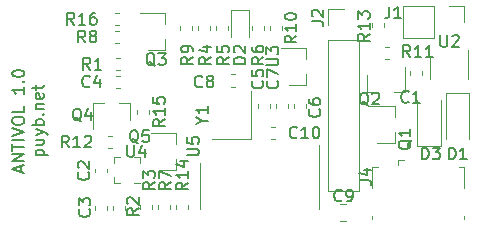
<source format=gbr>
G04 #@! TF.GenerationSoftware,KiCad,Pcbnew,5.1.4*
G04 #@! TF.CreationDate,2019-12-21T01:28:04+01:00*
G04 #@! TF.ProjectId,antivol,616e7469-766f-46c2-9e6b-696361645f70,rev?*
G04 #@! TF.SameCoordinates,Original*
G04 #@! TF.FileFunction,Legend,Top*
G04 #@! TF.FilePolarity,Positive*
%FSLAX46Y46*%
G04 Gerber Fmt 4.6, Leading zero omitted, Abs format (unit mm)*
G04 Created by KiCad (PCBNEW 5.1.4) date 2019-12-21 01:28:04*
%MOMM*%
%LPD*%
G04 APERTURE LIST*
%ADD10C,0.150000*%
%ADD11C,0.120000*%
G04 APERTURE END LIST*
D10*
X45315666Y-112259523D02*
X45315666Y-111783333D01*
X45601380Y-112354761D02*
X44601380Y-112021428D01*
X45601380Y-111688095D01*
X45601380Y-111354761D02*
X44601380Y-111354761D01*
X45601380Y-110783333D01*
X44601380Y-110783333D01*
X44601380Y-110450000D02*
X44601380Y-109878571D01*
X45601380Y-110164285D02*
X44601380Y-110164285D01*
X45601380Y-109545238D02*
X44601380Y-109545238D01*
X44601380Y-109211904D02*
X45601380Y-108878571D01*
X44601380Y-108545238D01*
X44601380Y-108021428D02*
X44601380Y-107830952D01*
X44649000Y-107735714D01*
X44744238Y-107640476D01*
X44934714Y-107592857D01*
X45268047Y-107592857D01*
X45458523Y-107640476D01*
X45553761Y-107735714D01*
X45601380Y-107830952D01*
X45601380Y-108021428D01*
X45553761Y-108116666D01*
X45458523Y-108211904D01*
X45268047Y-108259523D01*
X44934714Y-108259523D01*
X44744238Y-108211904D01*
X44649000Y-108116666D01*
X44601380Y-108021428D01*
X45601380Y-106688095D02*
X45601380Y-107164285D01*
X44601380Y-107164285D01*
X45601380Y-105069047D02*
X45601380Y-105640476D01*
X45601380Y-105354761D02*
X44601380Y-105354761D01*
X44744238Y-105450000D01*
X44839476Y-105545238D01*
X44887095Y-105640476D01*
X45506142Y-104640476D02*
X45553761Y-104592857D01*
X45601380Y-104640476D01*
X45553761Y-104688095D01*
X45506142Y-104640476D01*
X45601380Y-104640476D01*
X44601380Y-103973809D02*
X44601380Y-103878571D01*
X44649000Y-103783333D01*
X44696619Y-103735714D01*
X44791857Y-103688095D01*
X44982333Y-103640476D01*
X45220428Y-103640476D01*
X45410904Y-103688095D01*
X45506142Y-103735714D01*
X45553761Y-103783333D01*
X45601380Y-103878571D01*
X45601380Y-103973809D01*
X45553761Y-104069047D01*
X45506142Y-104116666D01*
X45410904Y-104164285D01*
X45220428Y-104211904D01*
X44982333Y-104211904D01*
X44791857Y-104164285D01*
X44696619Y-104116666D01*
X44649000Y-104069047D01*
X44601380Y-103973809D01*
X46584714Y-110854761D02*
X47584714Y-110854761D01*
X46632333Y-110854761D02*
X46584714Y-110759523D01*
X46584714Y-110569047D01*
X46632333Y-110473809D01*
X46679952Y-110426190D01*
X46775190Y-110378571D01*
X47060904Y-110378571D01*
X47156142Y-110426190D01*
X47203761Y-110473809D01*
X47251380Y-110569047D01*
X47251380Y-110759523D01*
X47203761Y-110854761D01*
X46584714Y-109521428D02*
X47251380Y-109521428D01*
X46584714Y-109950000D02*
X47108523Y-109950000D01*
X47203761Y-109902380D01*
X47251380Y-109807142D01*
X47251380Y-109664285D01*
X47203761Y-109569047D01*
X47156142Y-109521428D01*
X46584714Y-109140476D02*
X47251380Y-108902380D01*
X46584714Y-108664285D02*
X47251380Y-108902380D01*
X47489476Y-108997619D01*
X47537095Y-109045238D01*
X47584714Y-109140476D01*
X47251380Y-108283333D02*
X46251380Y-108283333D01*
X46632333Y-108283333D02*
X46584714Y-108188095D01*
X46584714Y-107997619D01*
X46632333Y-107902380D01*
X46679952Y-107854761D01*
X46775190Y-107807142D01*
X47060904Y-107807142D01*
X47156142Y-107854761D01*
X47203761Y-107902380D01*
X47251380Y-107997619D01*
X47251380Y-108188095D01*
X47203761Y-108283333D01*
X47156142Y-107378571D02*
X47203761Y-107330952D01*
X47251380Y-107378571D01*
X47203761Y-107426190D01*
X47156142Y-107378571D01*
X47251380Y-107378571D01*
X46584714Y-106902380D02*
X47251380Y-106902380D01*
X46679952Y-106902380D02*
X46632333Y-106854761D01*
X46584714Y-106759523D01*
X46584714Y-106616666D01*
X46632333Y-106521428D01*
X46727571Y-106473809D01*
X47251380Y-106473809D01*
X47203761Y-105616666D02*
X47251380Y-105711904D01*
X47251380Y-105902380D01*
X47203761Y-105997619D01*
X47108523Y-106045238D01*
X46727571Y-106045238D01*
X46632333Y-105997619D01*
X46584714Y-105902380D01*
X46584714Y-105711904D01*
X46632333Y-105616666D01*
X46727571Y-105569047D01*
X46822809Y-105569047D01*
X46918047Y-106045238D01*
X46584714Y-105283333D02*
X46584714Y-104902380D01*
X46251380Y-105140476D02*
X47108523Y-105140476D01*
X47203761Y-105092857D01*
X47251380Y-104997619D01*
X47251380Y-104902380D01*
D11*
X69483000Y-104932600D02*
X68023000Y-104932600D01*
X69483000Y-101772600D02*
X67323000Y-101772600D01*
X69483000Y-101772600D02*
X69483000Y-102702600D01*
X69483000Y-104932600D02*
X69483000Y-104002600D01*
X52605400Y-112303879D02*
X52605400Y-111978321D01*
X51585400Y-112303879D02*
X51585400Y-111978321D01*
X56415400Y-115428079D02*
X56415400Y-115102521D01*
X55395400Y-115428079D02*
X55395400Y-115102521D01*
X52630800Y-115453479D02*
X52630800Y-115127921D01*
X51610800Y-115453479D02*
X51610800Y-115127921D01*
X53655079Y-98804000D02*
X53329521Y-98804000D01*
X53655079Y-99824000D02*
X53329521Y-99824000D01*
X76049600Y-100010179D02*
X76049600Y-99684621D01*
X75029600Y-100010179D02*
X75029600Y-99684621D01*
X53405721Y-103634000D02*
X53731279Y-103634000D01*
X53405721Y-102614000D02*
X53731279Y-102614000D01*
X74645400Y-105500200D02*
X74645400Y-104040200D01*
X77805400Y-105500200D02*
X77805400Y-103340200D01*
X77805400Y-105500200D02*
X76875400Y-105500200D01*
X74645400Y-105500200D02*
X75575400Y-105500200D01*
X78230000Y-103748721D02*
X78230000Y-104074279D01*
X79250000Y-103748721D02*
X79250000Y-104074279D01*
X56919400Y-115102321D02*
X56919400Y-115427879D01*
X57939400Y-115102321D02*
X57939400Y-115427879D01*
X64806200Y-109434200D02*
X64806200Y-105434200D01*
X61506200Y-109434200D02*
X64806200Y-109434200D01*
X63434279Y-104011000D02*
X63108721Y-104011000D01*
X63434279Y-105031000D02*
X63108721Y-105031000D01*
X66423000Y-106868279D02*
X66423000Y-106542721D01*
X65403000Y-106868279D02*
X65403000Y-106542721D01*
X62867000Y-100213279D02*
X62867000Y-99887721D01*
X61847000Y-100213279D02*
X61847000Y-99887721D01*
X57545000Y-101976000D02*
X56085000Y-101976000D01*
X57545000Y-98816000D02*
X55385000Y-98816000D01*
X57545000Y-98816000D02*
X57545000Y-99746000D01*
X57545000Y-101976000D02*
X57545000Y-101046000D01*
X76976000Y-109845000D02*
X75516000Y-109845000D01*
X76976000Y-106685000D02*
X74816000Y-106685000D01*
X76976000Y-106685000D02*
X76976000Y-107615000D01*
X76976000Y-109845000D02*
X76976000Y-108915000D01*
X63146000Y-98565500D02*
X63146000Y-100850500D01*
X64616000Y-98565500D02*
X63146000Y-98565500D01*
X64616000Y-100850500D02*
X64616000Y-98565500D01*
X78883000Y-110072000D02*
X78883000Y-106172000D01*
X80883000Y-110072000D02*
X80883000Y-106172000D01*
X78883000Y-110072000D02*
X80883000Y-110072000D01*
X83296000Y-105574000D02*
X83296000Y-109474000D01*
X81296000Y-105574000D02*
X81296000Y-109474000D01*
X83296000Y-105574000D02*
X81296000Y-105574000D01*
X72824078Y-114987000D02*
X72306922Y-114987000D01*
X72824078Y-116407000D02*
X72306922Y-116407000D01*
X53020279Y-109218000D02*
X52694721Y-109218000D01*
X53020279Y-110238000D02*
X52694721Y-110238000D01*
X55116000Y-106999721D02*
X55116000Y-107325279D01*
X56136000Y-106999721D02*
X56136000Y-107325279D01*
X70592000Y-113473000D02*
X70592000Y-110023000D01*
X70592000Y-113473000D02*
X70592000Y-115423000D01*
X60472000Y-113473000D02*
X60472000Y-111523000D01*
X60472000Y-113473000D02*
X60472000Y-115423000D01*
X58418000Y-115102321D02*
X58418000Y-115427879D01*
X59438000Y-115102321D02*
X59438000Y-115427879D01*
X59819000Y-99887721D02*
X59819000Y-100213279D01*
X58799000Y-99887721D02*
X58799000Y-100213279D01*
X76138721Y-102669000D02*
X76464279Y-102669000D01*
X76138721Y-101649000D02*
X76464279Y-101649000D01*
X61343000Y-100213279D02*
X61343000Y-99887721D01*
X60323000Y-100213279D02*
X60323000Y-99887721D01*
X58478200Y-112131000D02*
X57018200Y-112131000D01*
X58478200Y-108971000D02*
X56318200Y-108971000D01*
X58478200Y-108971000D02*
X58478200Y-109901000D01*
X58478200Y-112131000D02*
X58478200Y-111201000D01*
X54600000Y-106444000D02*
X54600000Y-107904000D01*
X51440000Y-106444000D02*
X51440000Y-108604000D01*
X51440000Y-106444000D02*
X52370000Y-106444000D01*
X54600000Y-106444000D02*
X53670000Y-106444000D01*
X77278000Y-111258000D02*
X77278000Y-111708000D01*
X77278000Y-111258000D02*
X77728000Y-111258000D01*
X82878000Y-111808000D02*
X82428000Y-111808000D01*
X82878000Y-113658000D02*
X82878000Y-111808000D01*
X75078000Y-116208000D02*
X75078000Y-115958000D01*
X82878000Y-116208000D02*
X82878000Y-115958000D01*
X75078000Y-113658000D02*
X75078000Y-111808000D01*
X75078000Y-111808000D02*
X75528000Y-111808000D01*
X66486721Y-109476000D02*
X66812279Y-109476000D01*
X66486721Y-108456000D02*
X66812279Y-108456000D01*
X53731279Y-104138000D02*
X53405721Y-104138000D01*
X53731279Y-105158000D02*
X53405721Y-105158000D01*
X66419000Y-99887721D02*
X66419000Y-100213279D01*
X67439000Y-99887721D02*
X67439000Y-100213279D01*
X66927000Y-106542721D02*
X66927000Y-106868279D01*
X67947000Y-106542721D02*
X67947000Y-106868279D01*
X68451000Y-106542721D02*
X68451000Y-106868279D01*
X69471000Y-106542721D02*
X69471000Y-106868279D01*
X82864000Y-98238000D02*
X82864000Y-99568000D01*
X81534000Y-98238000D02*
X82864000Y-98238000D01*
X80264000Y-98238000D02*
X80264000Y-100898000D01*
X80264000Y-100898000D02*
X77664000Y-100898000D01*
X80264000Y-98238000D02*
X77664000Y-98238000D01*
X77664000Y-98238000D02*
X77664000Y-100898000D01*
X53329721Y-101348000D02*
X53655279Y-101348000D01*
X53329721Y-100328000D02*
X53655279Y-100328000D01*
X83210000Y-104362000D02*
X83210000Y-101912000D01*
X79990000Y-102562000D02*
X79990000Y-104362000D01*
X65915000Y-100213279D02*
X65915000Y-99887721D01*
X64895000Y-100213279D02*
X64895000Y-99887721D01*
X53134800Y-115127921D02*
X53134800Y-115453479D01*
X54154800Y-115127921D02*
X54154800Y-115453479D01*
X55405700Y-113229000D02*
X55405700Y-113229000D01*
X54905700Y-113229000D02*
X55405700Y-113229000D01*
X55405700Y-111529000D02*
X55405700Y-111529000D01*
X55405700Y-111029000D02*
X55405700Y-111529000D01*
X54905700Y-111029000D02*
X55405700Y-111029000D01*
X53705700Y-111029000D02*
X53705700Y-111029000D01*
X53205700Y-111029000D02*
X53705700Y-111029000D01*
X53205700Y-111529000D02*
X53205700Y-111029000D01*
X53205700Y-112729000D02*
X53205700Y-112729000D01*
X53205700Y-113229000D02*
X53205700Y-112729000D01*
X53705700Y-113229000D02*
X53205700Y-113229000D01*
X71314000Y-98492000D02*
X72644000Y-98492000D01*
X71314000Y-99822000D02*
X71314000Y-98492000D01*
X71314000Y-101092000D02*
X73974000Y-101092000D01*
X73974000Y-101092000D02*
X73974000Y-113852000D01*
X71314000Y-101092000D02*
X71314000Y-113852000D01*
X71314000Y-113852000D02*
X73974000Y-113852000D01*
D10*
X66101980Y-103250904D02*
X66911504Y-103250904D01*
X67006742Y-103203285D01*
X67054361Y-103155666D01*
X67101980Y-103060428D01*
X67101980Y-102869952D01*
X67054361Y-102774714D01*
X67006742Y-102727095D01*
X66911504Y-102679476D01*
X66101980Y-102679476D01*
X66101980Y-102298523D02*
X66101980Y-101679476D01*
X66482933Y-102012809D01*
X66482933Y-101869952D01*
X66530552Y-101774714D01*
X66578171Y-101727095D01*
X66673409Y-101679476D01*
X66911504Y-101679476D01*
X67006742Y-101727095D01*
X67054361Y-101774714D01*
X67101980Y-101869952D01*
X67101980Y-102155666D01*
X67054361Y-102250904D01*
X67006742Y-102298523D01*
X51022542Y-112307766D02*
X51070161Y-112355385D01*
X51117780Y-112498242D01*
X51117780Y-112593480D01*
X51070161Y-112736338D01*
X50974923Y-112831576D01*
X50879685Y-112879195D01*
X50689209Y-112926814D01*
X50546352Y-112926814D01*
X50355876Y-112879195D01*
X50260638Y-112831576D01*
X50165400Y-112736338D01*
X50117780Y-112593480D01*
X50117780Y-112498242D01*
X50165400Y-112355385D01*
X50213019Y-112307766D01*
X50213019Y-111926814D02*
X50165400Y-111879195D01*
X50117780Y-111783957D01*
X50117780Y-111545861D01*
X50165400Y-111450623D01*
X50213019Y-111403004D01*
X50308257Y-111355385D01*
X50403495Y-111355385D01*
X50546352Y-111403004D01*
X51117780Y-111974433D01*
X51117780Y-111355385D01*
X56662580Y-113120466D02*
X56186390Y-113453800D01*
X56662580Y-113691895D02*
X55662580Y-113691895D01*
X55662580Y-113310942D01*
X55710200Y-113215704D01*
X55757819Y-113168085D01*
X55853057Y-113120466D01*
X55995914Y-113120466D01*
X56091152Y-113168085D01*
X56138771Y-113215704D01*
X56186390Y-113310942D01*
X56186390Y-113691895D01*
X55662580Y-112787133D02*
X55662580Y-112168085D01*
X56043533Y-112501419D01*
X56043533Y-112358561D01*
X56091152Y-112263323D01*
X56138771Y-112215704D01*
X56234009Y-112168085D01*
X56472104Y-112168085D01*
X56567342Y-112215704D01*
X56614961Y-112263323D01*
X56662580Y-112358561D01*
X56662580Y-112644276D01*
X56614961Y-112739514D01*
X56567342Y-112787133D01*
X51106342Y-115431866D02*
X51153961Y-115479485D01*
X51201580Y-115622342D01*
X51201580Y-115717580D01*
X51153961Y-115860438D01*
X51058723Y-115955676D01*
X50963485Y-116003295D01*
X50773009Y-116050914D01*
X50630152Y-116050914D01*
X50439676Y-116003295D01*
X50344438Y-115955676D01*
X50249200Y-115860438D01*
X50201580Y-115717580D01*
X50201580Y-115622342D01*
X50249200Y-115479485D01*
X50296819Y-115431866D01*
X50201580Y-115098533D02*
X50201580Y-114479485D01*
X50582533Y-114812819D01*
X50582533Y-114669961D01*
X50630152Y-114574723D01*
X50677771Y-114527104D01*
X50773009Y-114479485D01*
X51011104Y-114479485D01*
X51106342Y-114527104D01*
X51153961Y-114574723D01*
X51201580Y-114669961D01*
X51201580Y-114955676D01*
X51153961Y-115050914D01*
X51106342Y-115098533D01*
X49826942Y-99791780D02*
X49493609Y-99315590D01*
X49255514Y-99791780D02*
X49255514Y-98791780D01*
X49636466Y-98791780D01*
X49731704Y-98839400D01*
X49779323Y-98887019D01*
X49826942Y-98982257D01*
X49826942Y-99125114D01*
X49779323Y-99220352D01*
X49731704Y-99267971D01*
X49636466Y-99315590D01*
X49255514Y-99315590D01*
X50779323Y-99791780D02*
X50207895Y-99791780D01*
X50493609Y-99791780D02*
X50493609Y-98791780D01*
X50398371Y-98934638D01*
X50303133Y-99029876D01*
X50207895Y-99077495D01*
X51636466Y-98791780D02*
X51445990Y-98791780D01*
X51350752Y-98839400D01*
X51303133Y-98887019D01*
X51207895Y-99029876D01*
X51160276Y-99220352D01*
X51160276Y-99601304D01*
X51207895Y-99696542D01*
X51255514Y-99744161D01*
X51350752Y-99791780D01*
X51541228Y-99791780D01*
X51636466Y-99744161D01*
X51684085Y-99696542D01*
X51731704Y-99601304D01*
X51731704Y-99363209D01*
X51684085Y-99267971D01*
X51636466Y-99220352D01*
X51541228Y-99172733D01*
X51350752Y-99172733D01*
X51255514Y-99220352D01*
X51207895Y-99267971D01*
X51160276Y-99363209D01*
X74848980Y-100566457D02*
X74372790Y-100899790D01*
X74848980Y-101137885D02*
X73848980Y-101137885D01*
X73848980Y-100756933D01*
X73896600Y-100661695D01*
X73944219Y-100614076D01*
X74039457Y-100566457D01*
X74182314Y-100566457D01*
X74277552Y-100614076D01*
X74325171Y-100661695D01*
X74372790Y-100756933D01*
X74372790Y-101137885D01*
X74848980Y-99614076D02*
X74848980Y-100185504D01*
X74848980Y-99899790D02*
X73848980Y-99899790D01*
X73991838Y-99995028D01*
X74087076Y-100090266D01*
X74134695Y-100185504D01*
X73848980Y-99280742D02*
X73848980Y-98661695D01*
X74229933Y-98995028D01*
X74229933Y-98852171D01*
X74277552Y-98756933D01*
X74325171Y-98709314D01*
X74420409Y-98661695D01*
X74658504Y-98661695D01*
X74753742Y-98709314D01*
X74801361Y-98756933D01*
X74848980Y-98852171D01*
X74848980Y-99137885D01*
X74801361Y-99233123D01*
X74753742Y-99280742D01*
X51192133Y-103601780D02*
X50858800Y-103125590D01*
X50620704Y-103601780D02*
X50620704Y-102601780D01*
X51001657Y-102601780D01*
X51096895Y-102649400D01*
X51144514Y-102697019D01*
X51192133Y-102792257D01*
X51192133Y-102935114D01*
X51144514Y-103030352D01*
X51096895Y-103077971D01*
X51001657Y-103125590D01*
X50620704Y-103125590D01*
X52144514Y-103601780D02*
X51573085Y-103601780D01*
X51858800Y-103601780D02*
X51858800Y-102601780D01*
X51763561Y-102744638D01*
X51668323Y-102839876D01*
X51573085Y-102887495D01*
X74758561Y-106643419D02*
X74663323Y-106595800D01*
X74568085Y-106500561D01*
X74425228Y-106357704D01*
X74329990Y-106310085D01*
X74234752Y-106310085D01*
X74282371Y-106548180D02*
X74187133Y-106500561D01*
X74091895Y-106405323D01*
X74044276Y-106214847D01*
X74044276Y-105881514D01*
X74091895Y-105691038D01*
X74187133Y-105595800D01*
X74282371Y-105548180D01*
X74472847Y-105548180D01*
X74568085Y-105595800D01*
X74663323Y-105691038D01*
X74710942Y-105881514D01*
X74710942Y-106214847D01*
X74663323Y-106405323D01*
X74568085Y-106500561D01*
X74472847Y-106548180D01*
X74282371Y-106548180D01*
X75091895Y-105643419D02*
X75139514Y-105595800D01*
X75234752Y-105548180D01*
X75472847Y-105548180D01*
X75568085Y-105595800D01*
X75615704Y-105643419D01*
X75663323Y-105738657D01*
X75663323Y-105833895D01*
X75615704Y-105976752D01*
X75044276Y-106548180D01*
X75663323Y-106548180D01*
X78141533Y-106300542D02*
X78093914Y-106348161D01*
X77951057Y-106395780D01*
X77855819Y-106395780D01*
X77712961Y-106348161D01*
X77617723Y-106252923D01*
X77570104Y-106157685D01*
X77522485Y-105967209D01*
X77522485Y-105824352D01*
X77570104Y-105633876D01*
X77617723Y-105538638D01*
X77712961Y-105443400D01*
X77855819Y-105395780D01*
X77951057Y-105395780D01*
X78093914Y-105443400D01*
X78141533Y-105491019D01*
X79093914Y-106395780D02*
X78522485Y-106395780D01*
X78808200Y-106395780D02*
X78808200Y-105395780D01*
X78712961Y-105538638D01*
X78617723Y-105633876D01*
X78522485Y-105681495D01*
X58034180Y-113145866D02*
X57557990Y-113479200D01*
X58034180Y-113717295D02*
X57034180Y-113717295D01*
X57034180Y-113336342D01*
X57081800Y-113241104D01*
X57129419Y-113193485D01*
X57224657Y-113145866D01*
X57367514Y-113145866D01*
X57462752Y-113193485D01*
X57510371Y-113241104D01*
X57557990Y-113336342D01*
X57557990Y-113717295D01*
X57034180Y-112812533D02*
X57034180Y-112145866D01*
X58034180Y-112574438D01*
X60682390Y-107910390D02*
X61158580Y-107910390D01*
X60158580Y-108243723D02*
X60682390Y-107910390D01*
X60158580Y-107577057D01*
X61158580Y-106719914D02*
X61158580Y-107291342D01*
X61158580Y-107005628D02*
X60158580Y-107005628D01*
X60301438Y-107100866D01*
X60396676Y-107196104D01*
X60444295Y-107291342D01*
X60666333Y-105005142D02*
X60618714Y-105052761D01*
X60475857Y-105100380D01*
X60380619Y-105100380D01*
X60237761Y-105052761D01*
X60142523Y-104957523D01*
X60094904Y-104862285D01*
X60047285Y-104671809D01*
X60047285Y-104528952D01*
X60094904Y-104338476D01*
X60142523Y-104243238D01*
X60237761Y-104148000D01*
X60380619Y-104100380D01*
X60475857Y-104100380D01*
X60618714Y-104148000D01*
X60666333Y-104195619D01*
X61237761Y-104528952D02*
X61142523Y-104481333D01*
X61094904Y-104433714D01*
X61047285Y-104338476D01*
X61047285Y-104290857D01*
X61094904Y-104195619D01*
X61142523Y-104148000D01*
X61237761Y-104100380D01*
X61428238Y-104100380D01*
X61523476Y-104148000D01*
X61571095Y-104195619D01*
X61618714Y-104290857D01*
X61618714Y-104338476D01*
X61571095Y-104433714D01*
X61523476Y-104481333D01*
X61428238Y-104528952D01*
X61237761Y-104528952D01*
X61142523Y-104576571D01*
X61094904Y-104624190D01*
X61047285Y-104719428D01*
X61047285Y-104909904D01*
X61094904Y-105005142D01*
X61142523Y-105052761D01*
X61237761Y-105100380D01*
X61428238Y-105100380D01*
X61523476Y-105052761D01*
X61571095Y-105005142D01*
X61618714Y-104909904D01*
X61618714Y-104719428D01*
X61571095Y-104624190D01*
X61523476Y-104576571D01*
X61428238Y-104528952D01*
X65762142Y-104560666D02*
X65809761Y-104608285D01*
X65857380Y-104751142D01*
X65857380Y-104846380D01*
X65809761Y-104989238D01*
X65714523Y-105084476D01*
X65619285Y-105132095D01*
X65428809Y-105179714D01*
X65285952Y-105179714D01*
X65095476Y-105132095D01*
X65000238Y-105084476D01*
X64905000Y-104989238D01*
X64857380Y-104846380D01*
X64857380Y-104751142D01*
X64905000Y-104608285D01*
X64952619Y-104560666D01*
X64857380Y-103655904D02*
X64857380Y-104132095D01*
X65333571Y-104179714D01*
X65285952Y-104132095D01*
X65238333Y-104036857D01*
X65238333Y-103798761D01*
X65285952Y-103703523D01*
X65333571Y-103655904D01*
X65428809Y-103608285D01*
X65666904Y-103608285D01*
X65762142Y-103655904D01*
X65809761Y-103703523D01*
X65857380Y-103798761D01*
X65857380Y-104036857D01*
X65809761Y-104132095D01*
X65762142Y-104179714D01*
X62936380Y-102528666D02*
X62460190Y-102862000D01*
X62936380Y-103100095D02*
X61936380Y-103100095D01*
X61936380Y-102719142D01*
X61984000Y-102623904D01*
X62031619Y-102576285D01*
X62126857Y-102528666D01*
X62269714Y-102528666D01*
X62364952Y-102576285D01*
X62412571Y-102623904D01*
X62460190Y-102719142D01*
X62460190Y-103100095D01*
X61936380Y-101623904D02*
X61936380Y-102100095D01*
X62412571Y-102147714D01*
X62364952Y-102100095D01*
X62317333Y-102004857D01*
X62317333Y-101766761D01*
X62364952Y-101671523D01*
X62412571Y-101623904D01*
X62507809Y-101576285D01*
X62745904Y-101576285D01*
X62841142Y-101623904D01*
X62888761Y-101671523D01*
X62936380Y-101766761D01*
X62936380Y-102004857D01*
X62888761Y-102100095D01*
X62841142Y-102147714D01*
X56673761Y-103290619D02*
X56578523Y-103243000D01*
X56483285Y-103147761D01*
X56340428Y-103004904D01*
X56245190Y-102957285D01*
X56149952Y-102957285D01*
X56197571Y-103195380D02*
X56102333Y-103147761D01*
X56007095Y-103052523D01*
X55959476Y-102862047D01*
X55959476Y-102528714D01*
X56007095Y-102338238D01*
X56102333Y-102243000D01*
X56197571Y-102195380D01*
X56388047Y-102195380D01*
X56483285Y-102243000D01*
X56578523Y-102338238D01*
X56626142Y-102528714D01*
X56626142Y-102862047D01*
X56578523Y-103052523D01*
X56483285Y-103147761D01*
X56388047Y-103195380D01*
X56197571Y-103195380D01*
X56959476Y-102195380D02*
X57578523Y-102195380D01*
X57245190Y-102576333D01*
X57388047Y-102576333D01*
X57483285Y-102623952D01*
X57530904Y-102671571D01*
X57578523Y-102766809D01*
X57578523Y-103004904D01*
X57530904Y-103100142D01*
X57483285Y-103147761D01*
X57388047Y-103195380D01*
X57102333Y-103195380D01*
X57007095Y-103147761D01*
X56959476Y-103100142D01*
X78398619Y-109569238D02*
X78351000Y-109664476D01*
X78255761Y-109759714D01*
X78112904Y-109902571D01*
X78065285Y-109997809D01*
X78065285Y-110093047D01*
X78303380Y-110045428D02*
X78255761Y-110140666D01*
X78160523Y-110235904D01*
X77970047Y-110283523D01*
X77636714Y-110283523D01*
X77446238Y-110235904D01*
X77351000Y-110140666D01*
X77303380Y-110045428D01*
X77303380Y-109854952D01*
X77351000Y-109759714D01*
X77446238Y-109664476D01*
X77636714Y-109616857D01*
X77970047Y-109616857D01*
X78160523Y-109664476D01*
X78255761Y-109759714D01*
X78303380Y-109854952D01*
X78303380Y-110045428D01*
X78303380Y-108664476D02*
X78303380Y-109235904D01*
X78303380Y-108950190D02*
X77303380Y-108950190D01*
X77446238Y-109045428D01*
X77541476Y-109140666D01*
X77589095Y-109235904D01*
X64333380Y-103100095D02*
X63333380Y-103100095D01*
X63333380Y-102862000D01*
X63381000Y-102719142D01*
X63476238Y-102623904D01*
X63571476Y-102576285D01*
X63761952Y-102528666D01*
X63904809Y-102528666D01*
X64095285Y-102576285D01*
X64190523Y-102623904D01*
X64285761Y-102719142D01*
X64333380Y-102862000D01*
X64333380Y-103100095D01*
X63428619Y-102147714D02*
X63381000Y-102100095D01*
X63333380Y-102004857D01*
X63333380Y-101766761D01*
X63381000Y-101671523D01*
X63428619Y-101623904D01*
X63523857Y-101576285D01*
X63619095Y-101576285D01*
X63761952Y-101623904D01*
X64333380Y-102195333D01*
X64333380Y-101576285D01*
X79271904Y-111196380D02*
X79271904Y-110196380D01*
X79510000Y-110196380D01*
X79652857Y-110244000D01*
X79748095Y-110339238D01*
X79795714Y-110434476D01*
X79843333Y-110624952D01*
X79843333Y-110767809D01*
X79795714Y-110958285D01*
X79748095Y-111053523D01*
X79652857Y-111148761D01*
X79510000Y-111196380D01*
X79271904Y-111196380D01*
X80176666Y-110196380D02*
X80795714Y-110196380D01*
X80462380Y-110577333D01*
X80605238Y-110577333D01*
X80700476Y-110624952D01*
X80748095Y-110672571D01*
X80795714Y-110767809D01*
X80795714Y-111005904D01*
X80748095Y-111101142D01*
X80700476Y-111148761D01*
X80605238Y-111196380D01*
X80319523Y-111196380D01*
X80224285Y-111148761D01*
X80176666Y-111101142D01*
X81557904Y-111196380D02*
X81557904Y-110196380D01*
X81796000Y-110196380D01*
X81938857Y-110244000D01*
X82034095Y-110339238D01*
X82081714Y-110434476D01*
X82129333Y-110624952D01*
X82129333Y-110767809D01*
X82081714Y-110958285D01*
X82034095Y-111053523D01*
X81938857Y-111148761D01*
X81796000Y-111196380D01*
X81557904Y-111196380D01*
X83081714Y-111196380D02*
X82510285Y-111196380D01*
X82796000Y-111196380D02*
X82796000Y-110196380D01*
X82700761Y-110339238D01*
X82605523Y-110434476D01*
X82510285Y-110482095D01*
X72477333Y-114657142D02*
X72429714Y-114704761D01*
X72286857Y-114752380D01*
X72191619Y-114752380D01*
X72048761Y-114704761D01*
X71953523Y-114609523D01*
X71905904Y-114514285D01*
X71858285Y-114323809D01*
X71858285Y-114180952D01*
X71905904Y-113990476D01*
X71953523Y-113895238D01*
X72048761Y-113800000D01*
X72191619Y-113752380D01*
X72286857Y-113752380D01*
X72429714Y-113800000D01*
X72477333Y-113847619D01*
X72953523Y-114752380D02*
X73144000Y-114752380D01*
X73239238Y-114704761D01*
X73286857Y-114657142D01*
X73382095Y-114514285D01*
X73429714Y-114323809D01*
X73429714Y-113942857D01*
X73382095Y-113847619D01*
X73334476Y-113800000D01*
X73239238Y-113752380D01*
X73048761Y-113752380D01*
X72953523Y-113800000D01*
X72905904Y-113847619D01*
X72858285Y-113942857D01*
X72858285Y-114180952D01*
X72905904Y-114276190D01*
X72953523Y-114323809D01*
X73048761Y-114371428D01*
X73239238Y-114371428D01*
X73334476Y-114323809D01*
X73382095Y-114276190D01*
X73429714Y-114180952D01*
X49395142Y-110180380D02*
X49061809Y-109704190D01*
X48823714Y-110180380D02*
X48823714Y-109180380D01*
X49204666Y-109180380D01*
X49299904Y-109228000D01*
X49347523Y-109275619D01*
X49395142Y-109370857D01*
X49395142Y-109513714D01*
X49347523Y-109608952D01*
X49299904Y-109656571D01*
X49204666Y-109704190D01*
X48823714Y-109704190D01*
X50347523Y-110180380D02*
X49776095Y-110180380D01*
X50061809Y-110180380D02*
X50061809Y-109180380D01*
X49966571Y-109323238D01*
X49871333Y-109418476D01*
X49776095Y-109466095D01*
X50728476Y-109275619D02*
X50776095Y-109228000D01*
X50871333Y-109180380D01*
X51109428Y-109180380D01*
X51204666Y-109228000D01*
X51252285Y-109275619D01*
X51299904Y-109370857D01*
X51299904Y-109466095D01*
X51252285Y-109608952D01*
X50680857Y-110180380D01*
X51299904Y-110180380D01*
X57508380Y-107805357D02*
X57032190Y-108138690D01*
X57508380Y-108376785D02*
X56508380Y-108376785D01*
X56508380Y-107995833D01*
X56556000Y-107900595D01*
X56603619Y-107852976D01*
X56698857Y-107805357D01*
X56841714Y-107805357D01*
X56936952Y-107852976D01*
X56984571Y-107900595D01*
X57032190Y-107995833D01*
X57032190Y-108376785D01*
X57508380Y-106852976D02*
X57508380Y-107424404D01*
X57508380Y-107138690D02*
X56508380Y-107138690D01*
X56651238Y-107233928D01*
X56746476Y-107329166D01*
X56794095Y-107424404D01*
X56508380Y-105948214D02*
X56508380Y-106424404D01*
X56984571Y-106472023D01*
X56936952Y-106424404D01*
X56889333Y-106329166D01*
X56889333Y-106091071D01*
X56936952Y-105995833D01*
X56984571Y-105948214D01*
X57079809Y-105900595D01*
X57317904Y-105900595D01*
X57413142Y-105948214D01*
X57460761Y-105995833D01*
X57508380Y-106091071D01*
X57508380Y-106329166D01*
X57460761Y-106424404D01*
X57413142Y-106472023D01*
X59396380Y-110870904D02*
X60205904Y-110870904D01*
X60301142Y-110823285D01*
X60348761Y-110775666D01*
X60396380Y-110680428D01*
X60396380Y-110489952D01*
X60348761Y-110394714D01*
X60301142Y-110347095D01*
X60205904Y-110299476D01*
X59396380Y-110299476D01*
X59396380Y-109347095D02*
X59396380Y-109823285D01*
X59872571Y-109870904D01*
X59824952Y-109823285D01*
X59777333Y-109728047D01*
X59777333Y-109489952D01*
X59824952Y-109394714D01*
X59872571Y-109347095D01*
X59967809Y-109299476D01*
X60205904Y-109299476D01*
X60301142Y-109347095D01*
X60348761Y-109394714D01*
X60396380Y-109489952D01*
X60396380Y-109728047D01*
X60348761Y-109823285D01*
X60301142Y-109870904D01*
X59481980Y-113164857D02*
X59005790Y-113498190D01*
X59481980Y-113736285D02*
X58481980Y-113736285D01*
X58481980Y-113355333D01*
X58529600Y-113260095D01*
X58577219Y-113212476D01*
X58672457Y-113164857D01*
X58815314Y-113164857D01*
X58910552Y-113212476D01*
X58958171Y-113260095D01*
X59005790Y-113355333D01*
X59005790Y-113736285D01*
X59481980Y-112212476D02*
X59481980Y-112783904D01*
X59481980Y-112498190D02*
X58481980Y-112498190D01*
X58624838Y-112593428D01*
X58720076Y-112688666D01*
X58767695Y-112783904D01*
X58815314Y-111355333D02*
X59481980Y-111355333D01*
X58434361Y-111593428D02*
X59148647Y-111831523D01*
X59148647Y-111212476D01*
X59888380Y-102528666D02*
X59412190Y-102862000D01*
X59888380Y-103100095D02*
X58888380Y-103100095D01*
X58888380Y-102719142D01*
X58936000Y-102623904D01*
X58983619Y-102576285D01*
X59078857Y-102528666D01*
X59221714Y-102528666D01*
X59316952Y-102576285D01*
X59364571Y-102623904D01*
X59412190Y-102719142D01*
X59412190Y-103100095D01*
X59888380Y-102052476D02*
X59888380Y-101862000D01*
X59840761Y-101766761D01*
X59793142Y-101719142D01*
X59650285Y-101623904D01*
X59459809Y-101576285D01*
X59078857Y-101576285D01*
X58983619Y-101623904D01*
X58936000Y-101671523D01*
X58888380Y-101766761D01*
X58888380Y-101957238D01*
X58936000Y-102052476D01*
X58983619Y-102100095D01*
X59078857Y-102147714D01*
X59316952Y-102147714D01*
X59412190Y-102100095D01*
X59459809Y-102052476D01*
X59507428Y-101957238D01*
X59507428Y-101766761D01*
X59459809Y-101671523D01*
X59412190Y-101623904D01*
X59316952Y-101576285D01*
X78274942Y-102534980D02*
X77941609Y-102058790D01*
X77703514Y-102534980D02*
X77703514Y-101534980D01*
X78084466Y-101534980D01*
X78179704Y-101582600D01*
X78227323Y-101630219D01*
X78274942Y-101725457D01*
X78274942Y-101868314D01*
X78227323Y-101963552D01*
X78179704Y-102011171D01*
X78084466Y-102058790D01*
X77703514Y-102058790D01*
X79227323Y-102534980D02*
X78655895Y-102534980D01*
X78941609Y-102534980D02*
X78941609Y-101534980D01*
X78846371Y-101677838D01*
X78751133Y-101773076D01*
X78655895Y-101820695D01*
X80179704Y-102534980D02*
X79608276Y-102534980D01*
X79893990Y-102534980D02*
X79893990Y-101534980D01*
X79798752Y-101677838D01*
X79703514Y-101773076D01*
X79608276Y-101820695D01*
X61412380Y-102528666D02*
X60936190Y-102862000D01*
X61412380Y-103100095D02*
X60412380Y-103100095D01*
X60412380Y-102719142D01*
X60460000Y-102623904D01*
X60507619Y-102576285D01*
X60602857Y-102528666D01*
X60745714Y-102528666D01*
X60840952Y-102576285D01*
X60888571Y-102623904D01*
X60936190Y-102719142D01*
X60936190Y-103100095D01*
X60745714Y-101671523D02*
X61412380Y-101671523D01*
X60364761Y-101909619D02*
X61079047Y-102147714D01*
X61079047Y-101528666D01*
X55276761Y-109818419D02*
X55181523Y-109770800D01*
X55086285Y-109675561D01*
X54943428Y-109532704D01*
X54848190Y-109485085D01*
X54752952Y-109485085D01*
X54800571Y-109723180D02*
X54705333Y-109675561D01*
X54610095Y-109580323D01*
X54562476Y-109389847D01*
X54562476Y-109056514D01*
X54610095Y-108866038D01*
X54705333Y-108770800D01*
X54800571Y-108723180D01*
X54991047Y-108723180D01*
X55086285Y-108770800D01*
X55181523Y-108866038D01*
X55229142Y-109056514D01*
X55229142Y-109389847D01*
X55181523Y-109580323D01*
X55086285Y-109675561D01*
X54991047Y-109723180D01*
X54800571Y-109723180D01*
X56133904Y-108723180D02*
X55657714Y-108723180D01*
X55610095Y-109199371D01*
X55657714Y-109151752D01*
X55752952Y-109104133D01*
X55991047Y-109104133D01*
X56086285Y-109151752D01*
X56133904Y-109199371D01*
X56181523Y-109294609D01*
X56181523Y-109532704D01*
X56133904Y-109627942D01*
X56086285Y-109675561D01*
X55991047Y-109723180D01*
X55752952Y-109723180D01*
X55657714Y-109675561D01*
X55610095Y-109627942D01*
X50450761Y-107989619D02*
X50355523Y-107942000D01*
X50260285Y-107846761D01*
X50117428Y-107703904D01*
X50022190Y-107656285D01*
X49926952Y-107656285D01*
X49974571Y-107894380D02*
X49879333Y-107846761D01*
X49784095Y-107751523D01*
X49736476Y-107561047D01*
X49736476Y-107227714D01*
X49784095Y-107037238D01*
X49879333Y-106942000D01*
X49974571Y-106894380D01*
X50165047Y-106894380D01*
X50260285Y-106942000D01*
X50355523Y-107037238D01*
X50403142Y-107227714D01*
X50403142Y-107561047D01*
X50355523Y-107751523D01*
X50260285Y-107846761D01*
X50165047Y-107894380D01*
X49974571Y-107894380D01*
X51260285Y-107227714D02*
X51260285Y-107894380D01*
X51022190Y-106846761D02*
X50784095Y-107561047D01*
X51403142Y-107561047D01*
X74001380Y-112982333D02*
X74715666Y-112982333D01*
X74858523Y-113029952D01*
X74953761Y-113125190D01*
X75001380Y-113268047D01*
X75001380Y-113363285D01*
X74334714Y-112077571D02*
X75001380Y-112077571D01*
X73953761Y-112315666D02*
X74668047Y-112553761D01*
X74668047Y-111934714D01*
X68699142Y-109323142D02*
X68651523Y-109370761D01*
X68508666Y-109418380D01*
X68413428Y-109418380D01*
X68270571Y-109370761D01*
X68175333Y-109275523D01*
X68127714Y-109180285D01*
X68080095Y-108989809D01*
X68080095Y-108846952D01*
X68127714Y-108656476D01*
X68175333Y-108561238D01*
X68270571Y-108466000D01*
X68413428Y-108418380D01*
X68508666Y-108418380D01*
X68651523Y-108466000D01*
X68699142Y-108513619D01*
X69651523Y-109418380D02*
X69080095Y-109418380D01*
X69365809Y-109418380D02*
X69365809Y-108418380D01*
X69270571Y-108561238D01*
X69175333Y-108656476D01*
X69080095Y-108704095D01*
X70270571Y-108418380D02*
X70365809Y-108418380D01*
X70461047Y-108466000D01*
X70508666Y-108513619D01*
X70556285Y-108608857D01*
X70603904Y-108799333D01*
X70603904Y-109037428D01*
X70556285Y-109227904D01*
X70508666Y-109323142D01*
X70461047Y-109370761D01*
X70365809Y-109418380D01*
X70270571Y-109418380D01*
X70175333Y-109370761D01*
X70127714Y-109323142D01*
X70080095Y-109227904D01*
X70032476Y-109037428D01*
X70032476Y-108799333D01*
X70080095Y-108608857D01*
X70127714Y-108513619D01*
X70175333Y-108466000D01*
X70270571Y-108418380D01*
X51141333Y-105005142D02*
X51093714Y-105052761D01*
X50950857Y-105100380D01*
X50855619Y-105100380D01*
X50712761Y-105052761D01*
X50617523Y-104957523D01*
X50569904Y-104862285D01*
X50522285Y-104671809D01*
X50522285Y-104528952D01*
X50569904Y-104338476D01*
X50617523Y-104243238D01*
X50712761Y-104148000D01*
X50855619Y-104100380D01*
X50950857Y-104100380D01*
X51093714Y-104148000D01*
X51141333Y-104195619D01*
X51998476Y-104433714D02*
X51998476Y-105100380D01*
X51760380Y-104052761D02*
X51522285Y-104767047D01*
X52141333Y-104767047D01*
X68651380Y-100718857D02*
X68175190Y-101052190D01*
X68651380Y-101290285D02*
X67651380Y-101290285D01*
X67651380Y-100909333D01*
X67699000Y-100814095D01*
X67746619Y-100766476D01*
X67841857Y-100718857D01*
X67984714Y-100718857D01*
X68079952Y-100766476D01*
X68127571Y-100814095D01*
X68175190Y-100909333D01*
X68175190Y-101290285D01*
X68651380Y-99766476D02*
X68651380Y-100337904D01*
X68651380Y-100052190D02*
X67651380Y-100052190D01*
X67794238Y-100147428D01*
X67889476Y-100242666D01*
X67937095Y-100337904D01*
X67651380Y-99147428D02*
X67651380Y-99052190D01*
X67699000Y-98956952D01*
X67746619Y-98909333D01*
X67841857Y-98861714D01*
X68032333Y-98814095D01*
X68270428Y-98814095D01*
X68460904Y-98861714D01*
X68556142Y-98909333D01*
X68603761Y-98956952D01*
X68651380Y-99052190D01*
X68651380Y-99147428D01*
X68603761Y-99242666D01*
X68556142Y-99290285D01*
X68460904Y-99337904D01*
X68270428Y-99385523D01*
X68032333Y-99385523D01*
X67841857Y-99337904D01*
X67746619Y-99290285D01*
X67699000Y-99242666D01*
X67651380Y-99147428D01*
X67032142Y-104560666D02*
X67079761Y-104608285D01*
X67127380Y-104751142D01*
X67127380Y-104846380D01*
X67079761Y-104989238D01*
X66984523Y-105084476D01*
X66889285Y-105132095D01*
X66698809Y-105179714D01*
X66555952Y-105179714D01*
X66365476Y-105132095D01*
X66270238Y-105084476D01*
X66175000Y-104989238D01*
X66127380Y-104846380D01*
X66127380Y-104751142D01*
X66175000Y-104608285D01*
X66222619Y-104560666D01*
X66127380Y-104227333D02*
X66127380Y-103560666D01*
X67127380Y-103989238D01*
X70588142Y-106973666D02*
X70635761Y-107021285D01*
X70683380Y-107164142D01*
X70683380Y-107259380D01*
X70635761Y-107402238D01*
X70540523Y-107497476D01*
X70445285Y-107545095D01*
X70254809Y-107592714D01*
X70111952Y-107592714D01*
X69921476Y-107545095D01*
X69826238Y-107497476D01*
X69731000Y-107402238D01*
X69683380Y-107259380D01*
X69683380Y-107164142D01*
X69731000Y-107021285D01*
X69778619Y-106973666D01*
X69683380Y-106116523D02*
X69683380Y-106307000D01*
X69731000Y-106402238D01*
X69778619Y-106449857D01*
X69921476Y-106545095D01*
X70111952Y-106592714D01*
X70492904Y-106592714D01*
X70588142Y-106545095D01*
X70635761Y-106497476D01*
X70683380Y-106402238D01*
X70683380Y-106211761D01*
X70635761Y-106116523D01*
X70588142Y-106068904D01*
X70492904Y-106021285D01*
X70254809Y-106021285D01*
X70159571Y-106068904D01*
X70111952Y-106116523D01*
X70064333Y-106211761D01*
X70064333Y-106402238D01*
X70111952Y-106497476D01*
X70159571Y-106545095D01*
X70254809Y-106592714D01*
X76501666Y-98258380D02*
X76501666Y-98972666D01*
X76454047Y-99115523D01*
X76358809Y-99210761D01*
X76215952Y-99258380D01*
X76120714Y-99258380D01*
X77501666Y-99258380D02*
X76930238Y-99258380D01*
X77215952Y-99258380D02*
X77215952Y-98258380D01*
X77120714Y-98401238D01*
X77025476Y-98496476D01*
X76930238Y-98544095D01*
X50760333Y-101290380D02*
X50427000Y-100814190D01*
X50188904Y-101290380D02*
X50188904Y-100290380D01*
X50569857Y-100290380D01*
X50665095Y-100338000D01*
X50712714Y-100385619D01*
X50760333Y-100480857D01*
X50760333Y-100623714D01*
X50712714Y-100718952D01*
X50665095Y-100766571D01*
X50569857Y-100814190D01*
X50188904Y-100814190D01*
X51331761Y-100718952D02*
X51236523Y-100671333D01*
X51188904Y-100623714D01*
X51141285Y-100528476D01*
X51141285Y-100480857D01*
X51188904Y-100385619D01*
X51236523Y-100338000D01*
X51331761Y-100290380D01*
X51522238Y-100290380D01*
X51617476Y-100338000D01*
X51665095Y-100385619D01*
X51712714Y-100480857D01*
X51712714Y-100528476D01*
X51665095Y-100623714D01*
X51617476Y-100671333D01*
X51522238Y-100718952D01*
X51331761Y-100718952D01*
X51236523Y-100766571D01*
X51188904Y-100814190D01*
X51141285Y-100909428D01*
X51141285Y-101099904D01*
X51188904Y-101195142D01*
X51236523Y-101242761D01*
X51331761Y-101290380D01*
X51522238Y-101290380D01*
X51617476Y-101242761D01*
X51665095Y-101195142D01*
X51712714Y-101099904D01*
X51712714Y-100909428D01*
X51665095Y-100814190D01*
X51617476Y-100766571D01*
X51522238Y-100718952D01*
X80838095Y-100671380D02*
X80838095Y-101480904D01*
X80885714Y-101576142D01*
X80933333Y-101623761D01*
X81028571Y-101671380D01*
X81219047Y-101671380D01*
X81314285Y-101623761D01*
X81361904Y-101576142D01*
X81409523Y-101480904D01*
X81409523Y-100671380D01*
X81838095Y-100766619D02*
X81885714Y-100719000D01*
X81980952Y-100671380D01*
X82219047Y-100671380D01*
X82314285Y-100719000D01*
X82361904Y-100766619D01*
X82409523Y-100861857D01*
X82409523Y-100957095D01*
X82361904Y-101099952D01*
X81790476Y-101671380D01*
X82409523Y-101671380D01*
X65857380Y-102528666D02*
X65381190Y-102862000D01*
X65857380Y-103100095D02*
X64857380Y-103100095D01*
X64857380Y-102719142D01*
X64905000Y-102623904D01*
X64952619Y-102576285D01*
X65047857Y-102528666D01*
X65190714Y-102528666D01*
X65285952Y-102576285D01*
X65333571Y-102623904D01*
X65381190Y-102719142D01*
X65381190Y-103100095D01*
X64857380Y-101671523D02*
X64857380Y-101862000D01*
X64905000Y-101957238D01*
X64952619Y-102004857D01*
X65095476Y-102100095D01*
X65285952Y-102147714D01*
X65666904Y-102147714D01*
X65762142Y-102100095D01*
X65809761Y-102052476D01*
X65857380Y-101957238D01*
X65857380Y-101766761D01*
X65809761Y-101671523D01*
X65762142Y-101623904D01*
X65666904Y-101576285D01*
X65428809Y-101576285D01*
X65333571Y-101623904D01*
X65285952Y-101671523D01*
X65238333Y-101766761D01*
X65238333Y-101957238D01*
X65285952Y-102052476D01*
X65333571Y-102100095D01*
X65428809Y-102147714D01*
X55290980Y-115355666D02*
X54814790Y-115689000D01*
X55290980Y-115927095D02*
X54290980Y-115927095D01*
X54290980Y-115546142D01*
X54338600Y-115450904D01*
X54386219Y-115403285D01*
X54481457Y-115355666D01*
X54624314Y-115355666D01*
X54719552Y-115403285D01*
X54767171Y-115450904D01*
X54814790Y-115546142D01*
X54814790Y-115927095D01*
X54386219Y-114974714D02*
X54338600Y-114927095D01*
X54290980Y-114831857D01*
X54290980Y-114593761D01*
X54338600Y-114498523D01*
X54386219Y-114450904D01*
X54481457Y-114403285D01*
X54576695Y-114403285D01*
X54719552Y-114450904D01*
X55290980Y-115022333D01*
X55290980Y-114403285D01*
X54330695Y-109993180D02*
X54330695Y-110802704D01*
X54378314Y-110897942D01*
X54425933Y-110945561D01*
X54521171Y-110993180D01*
X54711647Y-110993180D01*
X54806885Y-110945561D01*
X54854504Y-110897942D01*
X54902123Y-110802704D01*
X54902123Y-109993180D01*
X55806885Y-110326514D02*
X55806885Y-110993180D01*
X55568790Y-109945561D02*
X55330695Y-110659847D01*
X55949742Y-110659847D01*
X69937380Y-99520333D02*
X70651666Y-99520333D01*
X70794523Y-99567952D01*
X70889761Y-99663190D01*
X70937380Y-99806047D01*
X70937380Y-99901285D01*
X70032619Y-99091761D02*
X69985000Y-99044142D01*
X69937380Y-98948904D01*
X69937380Y-98710809D01*
X69985000Y-98615571D01*
X70032619Y-98567952D01*
X70127857Y-98520333D01*
X70223095Y-98520333D01*
X70365952Y-98567952D01*
X70937380Y-99139380D01*
X70937380Y-98520333D01*
M02*

</source>
